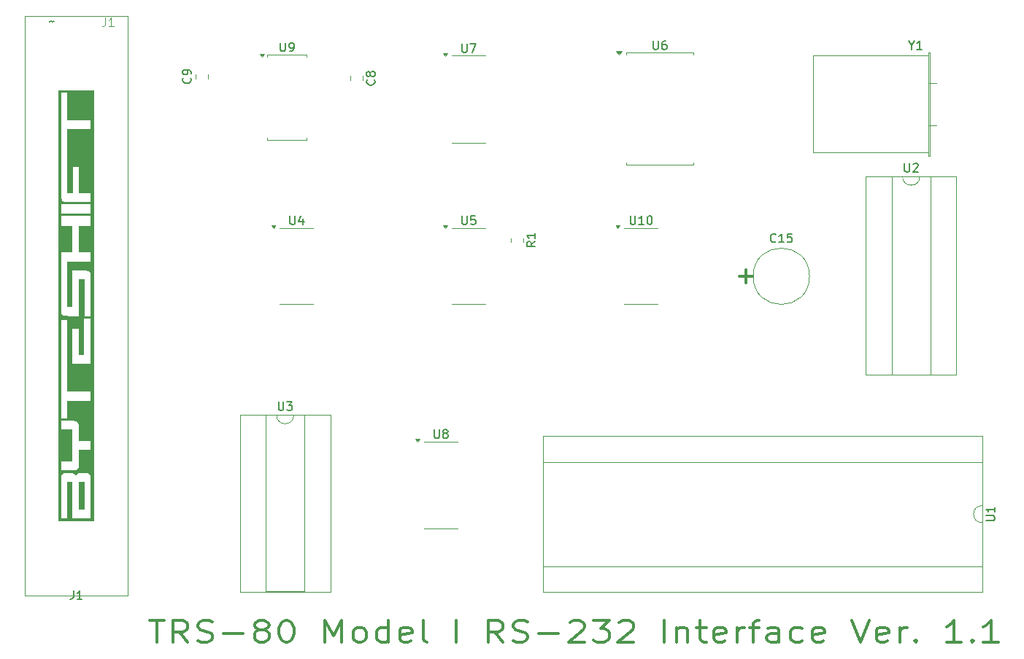
<source format=gbr>
%TF.GenerationSoftware,KiCad,Pcbnew,9.0.0*%
%TF.CreationDate,2025-04-05T18:35:01-05:00*%
%TF.ProjectId,Model I RS232,4d6f6465-6c20-4492-9052-533233322e6b,1.1*%
%TF.SameCoordinates,Original*%
%TF.FileFunction,Legend,Top*%
%TF.FilePolarity,Positive*%
%FSLAX46Y46*%
G04 Gerber Fmt 4.6, Leading zero omitted, Abs format (unit mm)*
G04 Created by KiCad (PCBNEW 9.0.0) date 2025-04-05 18:35:01*
%MOMM*%
%LPD*%
G01*
G04 APERTURE LIST*
%ADD10C,0.300000*%
%ADD11C,0.150000*%
%ADD12C,0.100000*%
%ADD13C,0.120000*%
%ADD14C,0.000000*%
G04 APERTURE END LIST*
D10*
X90483082Y-144978447D02*
X92197368Y-144978447D01*
X91340225Y-147478447D02*
X91340225Y-144978447D01*
X94911653Y-147478447D02*
X93911653Y-146287971D01*
X93197367Y-147478447D02*
X93197367Y-144978447D01*
X93197367Y-144978447D02*
X94340224Y-144978447D01*
X94340224Y-144978447D02*
X94625939Y-145097495D01*
X94625939Y-145097495D02*
X94768796Y-145216542D01*
X94768796Y-145216542D02*
X94911653Y-145454638D01*
X94911653Y-145454638D02*
X94911653Y-145811780D01*
X94911653Y-145811780D02*
X94768796Y-146049876D01*
X94768796Y-146049876D02*
X94625939Y-146168923D01*
X94625939Y-146168923D02*
X94340224Y-146287971D01*
X94340224Y-146287971D02*
X93197367Y-146287971D01*
X96054510Y-147359400D02*
X96483082Y-147478447D01*
X96483082Y-147478447D02*
X97197367Y-147478447D01*
X97197367Y-147478447D02*
X97483082Y-147359400D01*
X97483082Y-147359400D02*
X97625939Y-147240352D01*
X97625939Y-147240352D02*
X97768796Y-147002257D01*
X97768796Y-147002257D02*
X97768796Y-146764161D01*
X97768796Y-146764161D02*
X97625939Y-146526066D01*
X97625939Y-146526066D02*
X97483082Y-146407019D01*
X97483082Y-146407019D02*
X97197367Y-146287971D01*
X97197367Y-146287971D02*
X96625939Y-146168923D01*
X96625939Y-146168923D02*
X96340224Y-146049876D01*
X96340224Y-146049876D02*
X96197367Y-145930828D01*
X96197367Y-145930828D02*
X96054510Y-145692733D01*
X96054510Y-145692733D02*
X96054510Y-145454638D01*
X96054510Y-145454638D02*
X96197367Y-145216542D01*
X96197367Y-145216542D02*
X96340224Y-145097495D01*
X96340224Y-145097495D02*
X96625939Y-144978447D01*
X96625939Y-144978447D02*
X97340224Y-144978447D01*
X97340224Y-144978447D02*
X97768796Y-145097495D01*
X99054510Y-146526066D02*
X101340225Y-146526066D01*
X103197368Y-146049876D02*
X102911653Y-145930828D01*
X102911653Y-145930828D02*
X102768796Y-145811780D01*
X102768796Y-145811780D02*
X102625939Y-145573685D01*
X102625939Y-145573685D02*
X102625939Y-145454638D01*
X102625939Y-145454638D02*
X102768796Y-145216542D01*
X102768796Y-145216542D02*
X102911653Y-145097495D01*
X102911653Y-145097495D02*
X103197368Y-144978447D01*
X103197368Y-144978447D02*
X103768796Y-144978447D01*
X103768796Y-144978447D02*
X104054511Y-145097495D01*
X104054511Y-145097495D02*
X104197368Y-145216542D01*
X104197368Y-145216542D02*
X104340225Y-145454638D01*
X104340225Y-145454638D02*
X104340225Y-145573685D01*
X104340225Y-145573685D02*
X104197368Y-145811780D01*
X104197368Y-145811780D02*
X104054511Y-145930828D01*
X104054511Y-145930828D02*
X103768796Y-146049876D01*
X103768796Y-146049876D02*
X103197368Y-146049876D01*
X103197368Y-146049876D02*
X102911653Y-146168923D01*
X102911653Y-146168923D02*
X102768796Y-146287971D01*
X102768796Y-146287971D02*
X102625939Y-146526066D01*
X102625939Y-146526066D02*
X102625939Y-147002257D01*
X102625939Y-147002257D02*
X102768796Y-147240352D01*
X102768796Y-147240352D02*
X102911653Y-147359400D01*
X102911653Y-147359400D02*
X103197368Y-147478447D01*
X103197368Y-147478447D02*
X103768796Y-147478447D01*
X103768796Y-147478447D02*
X104054511Y-147359400D01*
X104054511Y-147359400D02*
X104197368Y-147240352D01*
X104197368Y-147240352D02*
X104340225Y-147002257D01*
X104340225Y-147002257D02*
X104340225Y-146526066D01*
X104340225Y-146526066D02*
X104197368Y-146287971D01*
X104197368Y-146287971D02*
X104054511Y-146168923D01*
X104054511Y-146168923D02*
X103768796Y-146049876D01*
X106197368Y-144978447D02*
X106483082Y-144978447D01*
X106483082Y-144978447D02*
X106768796Y-145097495D01*
X106768796Y-145097495D02*
X106911654Y-145216542D01*
X106911654Y-145216542D02*
X107054511Y-145454638D01*
X107054511Y-145454638D02*
X107197368Y-145930828D01*
X107197368Y-145930828D02*
X107197368Y-146526066D01*
X107197368Y-146526066D02*
X107054511Y-147002257D01*
X107054511Y-147002257D02*
X106911654Y-147240352D01*
X106911654Y-147240352D02*
X106768796Y-147359400D01*
X106768796Y-147359400D02*
X106483082Y-147478447D01*
X106483082Y-147478447D02*
X106197368Y-147478447D01*
X106197368Y-147478447D02*
X105911654Y-147359400D01*
X105911654Y-147359400D02*
X105768796Y-147240352D01*
X105768796Y-147240352D02*
X105625939Y-147002257D01*
X105625939Y-147002257D02*
X105483082Y-146526066D01*
X105483082Y-146526066D02*
X105483082Y-145930828D01*
X105483082Y-145930828D02*
X105625939Y-145454638D01*
X105625939Y-145454638D02*
X105768796Y-145216542D01*
X105768796Y-145216542D02*
X105911654Y-145097495D01*
X105911654Y-145097495D02*
X106197368Y-144978447D01*
X110768796Y-147478447D02*
X110768796Y-144978447D01*
X110768796Y-144978447D02*
X111768796Y-146764161D01*
X111768796Y-146764161D02*
X112768796Y-144978447D01*
X112768796Y-144978447D02*
X112768796Y-147478447D01*
X114625939Y-147478447D02*
X114340224Y-147359400D01*
X114340224Y-147359400D02*
X114197367Y-147240352D01*
X114197367Y-147240352D02*
X114054510Y-147002257D01*
X114054510Y-147002257D02*
X114054510Y-146287971D01*
X114054510Y-146287971D02*
X114197367Y-146049876D01*
X114197367Y-146049876D02*
X114340224Y-145930828D01*
X114340224Y-145930828D02*
X114625939Y-145811780D01*
X114625939Y-145811780D02*
X115054510Y-145811780D01*
X115054510Y-145811780D02*
X115340224Y-145930828D01*
X115340224Y-145930828D02*
X115483082Y-146049876D01*
X115483082Y-146049876D02*
X115625939Y-146287971D01*
X115625939Y-146287971D02*
X115625939Y-147002257D01*
X115625939Y-147002257D02*
X115483082Y-147240352D01*
X115483082Y-147240352D02*
X115340224Y-147359400D01*
X115340224Y-147359400D02*
X115054510Y-147478447D01*
X115054510Y-147478447D02*
X114625939Y-147478447D01*
X118197368Y-147478447D02*
X118197368Y-144978447D01*
X118197368Y-147359400D02*
X117911653Y-147478447D01*
X117911653Y-147478447D02*
X117340225Y-147478447D01*
X117340225Y-147478447D02*
X117054510Y-147359400D01*
X117054510Y-147359400D02*
X116911653Y-147240352D01*
X116911653Y-147240352D02*
X116768796Y-147002257D01*
X116768796Y-147002257D02*
X116768796Y-146287971D01*
X116768796Y-146287971D02*
X116911653Y-146049876D01*
X116911653Y-146049876D02*
X117054510Y-145930828D01*
X117054510Y-145930828D02*
X117340225Y-145811780D01*
X117340225Y-145811780D02*
X117911653Y-145811780D01*
X117911653Y-145811780D02*
X118197368Y-145930828D01*
X120768796Y-147359400D02*
X120483082Y-147478447D01*
X120483082Y-147478447D02*
X119911654Y-147478447D01*
X119911654Y-147478447D02*
X119625939Y-147359400D01*
X119625939Y-147359400D02*
X119483082Y-147121304D01*
X119483082Y-147121304D02*
X119483082Y-146168923D01*
X119483082Y-146168923D02*
X119625939Y-145930828D01*
X119625939Y-145930828D02*
X119911654Y-145811780D01*
X119911654Y-145811780D02*
X120483082Y-145811780D01*
X120483082Y-145811780D02*
X120768796Y-145930828D01*
X120768796Y-145930828D02*
X120911654Y-146168923D01*
X120911654Y-146168923D02*
X120911654Y-146407019D01*
X120911654Y-146407019D02*
X119483082Y-146645114D01*
X122625940Y-147478447D02*
X122340225Y-147359400D01*
X122340225Y-147359400D02*
X122197368Y-147121304D01*
X122197368Y-147121304D02*
X122197368Y-144978447D01*
X126054511Y-147478447D02*
X126054511Y-144978447D01*
X131483082Y-147478447D02*
X130483082Y-146287971D01*
X129768796Y-147478447D02*
X129768796Y-144978447D01*
X129768796Y-144978447D02*
X130911653Y-144978447D01*
X130911653Y-144978447D02*
X131197368Y-145097495D01*
X131197368Y-145097495D02*
X131340225Y-145216542D01*
X131340225Y-145216542D02*
X131483082Y-145454638D01*
X131483082Y-145454638D02*
X131483082Y-145811780D01*
X131483082Y-145811780D02*
X131340225Y-146049876D01*
X131340225Y-146049876D02*
X131197368Y-146168923D01*
X131197368Y-146168923D02*
X130911653Y-146287971D01*
X130911653Y-146287971D02*
X129768796Y-146287971D01*
X132625939Y-147359400D02*
X133054511Y-147478447D01*
X133054511Y-147478447D02*
X133768796Y-147478447D01*
X133768796Y-147478447D02*
X134054511Y-147359400D01*
X134054511Y-147359400D02*
X134197368Y-147240352D01*
X134197368Y-147240352D02*
X134340225Y-147002257D01*
X134340225Y-147002257D02*
X134340225Y-146764161D01*
X134340225Y-146764161D02*
X134197368Y-146526066D01*
X134197368Y-146526066D02*
X134054511Y-146407019D01*
X134054511Y-146407019D02*
X133768796Y-146287971D01*
X133768796Y-146287971D02*
X133197368Y-146168923D01*
X133197368Y-146168923D02*
X132911653Y-146049876D01*
X132911653Y-146049876D02*
X132768796Y-145930828D01*
X132768796Y-145930828D02*
X132625939Y-145692733D01*
X132625939Y-145692733D02*
X132625939Y-145454638D01*
X132625939Y-145454638D02*
X132768796Y-145216542D01*
X132768796Y-145216542D02*
X132911653Y-145097495D01*
X132911653Y-145097495D02*
X133197368Y-144978447D01*
X133197368Y-144978447D02*
X133911653Y-144978447D01*
X133911653Y-144978447D02*
X134340225Y-145097495D01*
X135625939Y-146526066D02*
X137911654Y-146526066D01*
X139197368Y-145216542D02*
X139340225Y-145097495D01*
X139340225Y-145097495D02*
X139625940Y-144978447D01*
X139625940Y-144978447D02*
X140340225Y-144978447D01*
X140340225Y-144978447D02*
X140625940Y-145097495D01*
X140625940Y-145097495D02*
X140768797Y-145216542D01*
X140768797Y-145216542D02*
X140911654Y-145454638D01*
X140911654Y-145454638D02*
X140911654Y-145692733D01*
X140911654Y-145692733D02*
X140768797Y-146049876D01*
X140768797Y-146049876D02*
X139054511Y-147478447D01*
X139054511Y-147478447D02*
X140911654Y-147478447D01*
X141911654Y-144978447D02*
X143768797Y-144978447D01*
X143768797Y-144978447D02*
X142768797Y-145930828D01*
X142768797Y-145930828D02*
X143197368Y-145930828D01*
X143197368Y-145930828D02*
X143483083Y-146049876D01*
X143483083Y-146049876D02*
X143625940Y-146168923D01*
X143625940Y-146168923D02*
X143768797Y-146407019D01*
X143768797Y-146407019D02*
X143768797Y-147002257D01*
X143768797Y-147002257D02*
X143625940Y-147240352D01*
X143625940Y-147240352D02*
X143483083Y-147359400D01*
X143483083Y-147359400D02*
X143197368Y-147478447D01*
X143197368Y-147478447D02*
X142340225Y-147478447D01*
X142340225Y-147478447D02*
X142054511Y-147359400D01*
X142054511Y-147359400D02*
X141911654Y-147240352D01*
X144911654Y-145216542D02*
X145054511Y-145097495D01*
X145054511Y-145097495D02*
X145340226Y-144978447D01*
X145340226Y-144978447D02*
X146054511Y-144978447D01*
X146054511Y-144978447D02*
X146340226Y-145097495D01*
X146340226Y-145097495D02*
X146483083Y-145216542D01*
X146483083Y-145216542D02*
X146625940Y-145454638D01*
X146625940Y-145454638D02*
X146625940Y-145692733D01*
X146625940Y-145692733D02*
X146483083Y-146049876D01*
X146483083Y-146049876D02*
X144768797Y-147478447D01*
X144768797Y-147478447D02*
X146625940Y-147478447D01*
X150197368Y-147478447D02*
X150197368Y-144978447D01*
X151625939Y-145811780D02*
X151625939Y-147478447D01*
X151625939Y-146049876D02*
X151768796Y-145930828D01*
X151768796Y-145930828D02*
X152054511Y-145811780D01*
X152054511Y-145811780D02*
X152483082Y-145811780D01*
X152483082Y-145811780D02*
X152768796Y-145930828D01*
X152768796Y-145930828D02*
X152911654Y-146168923D01*
X152911654Y-146168923D02*
X152911654Y-147478447D01*
X153911654Y-145811780D02*
X155054511Y-145811780D01*
X154340225Y-144978447D02*
X154340225Y-147121304D01*
X154340225Y-147121304D02*
X154483082Y-147359400D01*
X154483082Y-147359400D02*
X154768797Y-147478447D01*
X154768797Y-147478447D02*
X155054511Y-147478447D01*
X157197368Y-147359400D02*
X156911654Y-147478447D01*
X156911654Y-147478447D02*
X156340226Y-147478447D01*
X156340226Y-147478447D02*
X156054511Y-147359400D01*
X156054511Y-147359400D02*
X155911654Y-147121304D01*
X155911654Y-147121304D02*
X155911654Y-146168923D01*
X155911654Y-146168923D02*
X156054511Y-145930828D01*
X156054511Y-145930828D02*
X156340226Y-145811780D01*
X156340226Y-145811780D02*
X156911654Y-145811780D01*
X156911654Y-145811780D02*
X157197368Y-145930828D01*
X157197368Y-145930828D02*
X157340226Y-146168923D01*
X157340226Y-146168923D02*
X157340226Y-146407019D01*
X157340226Y-146407019D02*
X155911654Y-146645114D01*
X158625940Y-147478447D02*
X158625940Y-145811780D01*
X158625940Y-146287971D02*
X158768797Y-146049876D01*
X158768797Y-146049876D02*
X158911655Y-145930828D01*
X158911655Y-145930828D02*
X159197369Y-145811780D01*
X159197369Y-145811780D02*
X159483083Y-145811780D01*
X160054512Y-145811780D02*
X161197369Y-145811780D01*
X160483083Y-147478447D02*
X160483083Y-145335590D01*
X160483083Y-145335590D02*
X160625940Y-145097495D01*
X160625940Y-145097495D02*
X160911655Y-144978447D01*
X160911655Y-144978447D02*
X161197369Y-144978447D01*
X163483084Y-147478447D02*
X163483084Y-146168923D01*
X163483084Y-146168923D02*
X163340226Y-145930828D01*
X163340226Y-145930828D02*
X163054512Y-145811780D01*
X163054512Y-145811780D02*
X162483084Y-145811780D01*
X162483084Y-145811780D02*
X162197369Y-145930828D01*
X163483084Y-147359400D02*
X163197369Y-147478447D01*
X163197369Y-147478447D02*
X162483084Y-147478447D01*
X162483084Y-147478447D02*
X162197369Y-147359400D01*
X162197369Y-147359400D02*
X162054512Y-147121304D01*
X162054512Y-147121304D02*
X162054512Y-146883209D01*
X162054512Y-146883209D02*
X162197369Y-146645114D01*
X162197369Y-146645114D02*
X162483084Y-146526066D01*
X162483084Y-146526066D02*
X163197369Y-146526066D01*
X163197369Y-146526066D02*
X163483084Y-146407019D01*
X166197370Y-147359400D02*
X165911655Y-147478447D01*
X165911655Y-147478447D02*
X165340227Y-147478447D01*
X165340227Y-147478447D02*
X165054512Y-147359400D01*
X165054512Y-147359400D02*
X164911655Y-147240352D01*
X164911655Y-147240352D02*
X164768798Y-147002257D01*
X164768798Y-147002257D02*
X164768798Y-146287971D01*
X164768798Y-146287971D02*
X164911655Y-146049876D01*
X164911655Y-146049876D02*
X165054512Y-145930828D01*
X165054512Y-145930828D02*
X165340227Y-145811780D01*
X165340227Y-145811780D02*
X165911655Y-145811780D01*
X165911655Y-145811780D02*
X166197370Y-145930828D01*
X168625941Y-147359400D02*
X168340227Y-147478447D01*
X168340227Y-147478447D02*
X167768799Y-147478447D01*
X167768799Y-147478447D02*
X167483084Y-147359400D01*
X167483084Y-147359400D02*
X167340227Y-147121304D01*
X167340227Y-147121304D02*
X167340227Y-146168923D01*
X167340227Y-146168923D02*
X167483084Y-145930828D01*
X167483084Y-145930828D02*
X167768799Y-145811780D01*
X167768799Y-145811780D02*
X168340227Y-145811780D01*
X168340227Y-145811780D02*
X168625941Y-145930828D01*
X168625941Y-145930828D02*
X168768799Y-146168923D01*
X168768799Y-146168923D02*
X168768799Y-146407019D01*
X168768799Y-146407019D02*
X167340227Y-146645114D01*
X171911656Y-144978447D02*
X172911656Y-147478447D01*
X172911656Y-147478447D02*
X173911656Y-144978447D01*
X176054513Y-147359400D02*
X175768799Y-147478447D01*
X175768799Y-147478447D02*
X175197371Y-147478447D01*
X175197371Y-147478447D02*
X174911656Y-147359400D01*
X174911656Y-147359400D02*
X174768799Y-147121304D01*
X174768799Y-147121304D02*
X174768799Y-146168923D01*
X174768799Y-146168923D02*
X174911656Y-145930828D01*
X174911656Y-145930828D02*
X175197371Y-145811780D01*
X175197371Y-145811780D02*
X175768799Y-145811780D01*
X175768799Y-145811780D02*
X176054513Y-145930828D01*
X176054513Y-145930828D02*
X176197371Y-146168923D01*
X176197371Y-146168923D02*
X176197371Y-146407019D01*
X176197371Y-146407019D02*
X174768799Y-146645114D01*
X177483085Y-147478447D02*
X177483085Y-145811780D01*
X177483085Y-146287971D02*
X177625942Y-146049876D01*
X177625942Y-146049876D02*
X177768800Y-145930828D01*
X177768800Y-145930828D02*
X178054514Y-145811780D01*
X178054514Y-145811780D02*
X178340228Y-145811780D01*
X179340228Y-147240352D02*
X179483085Y-147359400D01*
X179483085Y-147359400D02*
X179340228Y-147478447D01*
X179340228Y-147478447D02*
X179197371Y-147359400D01*
X179197371Y-147359400D02*
X179340228Y-147240352D01*
X179340228Y-147240352D02*
X179340228Y-147478447D01*
X184625942Y-147478447D02*
X182911656Y-147478447D01*
X183768799Y-147478447D02*
X183768799Y-144978447D01*
X183768799Y-144978447D02*
X183483085Y-145335590D01*
X183483085Y-145335590D02*
X183197370Y-145573685D01*
X183197370Y-145573685D02*
X182911656Y-145692733D01*
X185911656Y-147240352D02*
X186054513Y-147359400D01*
X186054513Y-147359400D02*
X185911656Y-147478447D01*
X185911656Y-147478447D02*
X185768799Y-147359400D01*
X185768799Y-147359400D02*
X185911656Y-147240352D01*
X185911656Y-147240352D02*
X185911656Y-147478447D01*
X188911656Y-147478447D02*
X187197370Y-147478447D01*
X188054513Y-147478447D02*
X188054513Y-144978447D01*
X188054513Y-144978447D02*
X187768799Y-145335590D01*
X187768799Y-145335590D02*
X187483084Y-145573685D01*
X187483084Y-145573685D02*
X187197370Y-145692733D01*
X158873558Y-104977733D02*
X160397368Y-104977733D01*
X159635463Y-105739638D02*
X159635463Y-104215828D01*
D11*
X126713095Y-77999819D02*
X126713095Y-78809342D01*
X126713095Y-78809342D02*
X126760714Y-78904580D01*
X126760714Y-78904580D02*
X126808333Y-78952200D01*
X126808333Y-78952200D02*
X126903571Y-78999819D01*
X126903571Y-78999819D02*
X127094047Y-78999819D01*
X127094047Y-78999819D02*
X127189285Y-78952200D01*
X127189285Y-78952200D02*
X127236904Y-78904580D01*
X127236904Y-78904580D02*
X127284523Y-78809342D01*
X127284523Y-78809342D02*
X127284523Y-77999819D01*
X127665476Y-77999819D02*
X128332142Y-77999819D01*
X128332142Y-77999819D02*
X127903571Y-78999819D01*
X116539580Y-82166666D02*
X116587200Y-82214285D01*
X116587200Y-82214285D02*
X116634819Y-82357142D01*
X116634819Y-82357142D02*
X116634819Y-82452380D01*
X116634819Y-82452380D02*
X116587200Y-82595237D01*
X116587200Y-82595237D02*
X116491961Y-82690475D01*
X116491961Y-82690475D02*
X116396723Y-82738094D01*
X116396723Y-82738094D02*
X116206247Y-82785713D01*
X116206247Y-82785713D02*
X116063390Y-82785713D01*
X116063390Y-82785713D02*
X115872914Y-82738094D01*
X115872914Y-82738094D02*
X115777676Y-82690475D01*
X115777676Y-82690475D02*
X115682438Y-82595237D01*
X115682438Y-82595237D02*
X115634819Y-82452380D01*
X115634819Y-82452380D02*
X115634819Y-82357142D01*
X115634819Y-82357142D02*
X115682438Y-82214285D01*
X115682438Y-82214285D02*
X115730057Y-82166666D01*
X116063390Y-81595237D02*
X116015771Y-81690475D01*
X116015771Y-81690475D02*
X115968152Y-81738094D01*
X115968152Y-81738094D02*
X115872914Y-81785713D01*
X115872914Y-81785713D02*
X115825295Y-81785713D01*
X115825295Y-81785713D02*
X115730057Y-81738094D01*
X115730057Y-81738094D02*
X115682438Y-81690475D01*
X115682438Y-81690475D02*
X115634819Y-81595237D01*
X115634819Y-81595237D02*
X115634819Y-81404761D01*
X115634819Y-81404761D02*
X115682438Y-81309523D01*
X115682438Y-81309523D02*
X115730057Y-81261904D01*
X115730057Y-81261904D02*
X115825295Y-81214285D01*
X115825295Y-81214285D02*
X115872914Y-81214285D01*
X115872914Y-81214285D02*
X115968152Y-81261904D01*
X115968152Y-81261904D02*
X116015771Y-81309523D01*
X116015771Y-81309523D02*
X116063390Y-81404761D01*
X116063390Y-81404761D02*
X116063390Y-81595237D01*
X116063390Y-81595237D02*
X116111009Y-81690475D01*
X116111009Y-81690475D02*
X116158628Y-81738094D01*
X116158628Y-81738094D02*
X116253866Y-81785713D01*
X116253866Y-81785713D02*
X116444342Y-81785713D01*
X116444342Y-81785713D02*
X116539580Y-81738094D01*
X116539580Y-81738094D02*
X116587200Y-81690475D01*
X116587200Y-81690475D02*
X116634819Y-81595237D01*
X116634819Y-81595237D02*
X116634819Y-81404761D01*
X116634819Y-81404761D02*
X116587200Y-81309523D01*
X116587200Y-81309523D02*
X116539580Y-81261904D01*
X116539580Y-81261904D02*
X116444342Y-81214285D01*
X116444342Y-81214285D02*
X116253866Y-81214285D01*
X116253866Y-81214285D02*
X116158628Y-81261904D01*
X116158628Y-81261904D02*
X116111009Y-81309523D01*
X116111009Y-81309523D02*
X116063390Y-81404761D01*
X105428095Y-119584819D02*
X105428095Y-120394342D01*
X105428095Y-120394342D02*
X105475714Y-120489580D01*
X105475714Y-120489580D02*
X105523333Y-120537200D01*
X105523333Y-120537200D02*
X105618571Y-120584819D01*
X105618571Y-120584819D02*
X105809047Y-120584819D01*
X105809047Y-120584819D02*
X105904285Y-120537200D01*
X105904285Y-120537200D02*
X105951904Y-120489580D01*
X105951904Y-120489580D02*
X105999523Y-120394342D01*
X105999523Y-120394342D02*
X105999523Y-119584819D01*
X106380476Y-119584819D02*
X106999523Y-119584819D01*
X106999523Y-119584819D02*
X106666190Y-119965771D01*
X106666190Y-119965771D02*
X106809047Y-119965771D01*
X106809047Y-119965771D02*
X106904285Y-120013390D01*
X106904285Y-120013390D02*
X106951904Y-120061009D01*
X106951904Y-120061009D02*
X106999523Y-120156247D01*
X106999523Y-120156247D02*
X106999523Y-120394342D01*
X106999523Y-120394342D02*
X106951904Y-120489580D01*
X106951904Y-120489580D02*
X106904285Y-120537200D01*
X106904285Y-120537200D02*
X106809047Y-120584819D01*
X106809047Y-120584819D02*
X106523333Y-120584819D01*
X106523333Y-120584819D02*
X106428095Y-120537200D01*
X106428095Y-120537200D02*
X106380476Y-120489580D01*
X105638095Y-77879819D02*
X105638095Y-78689342D01*
X105638095Y-78689342D02*
X105685714Y-78784580D01*
X105685714Y-78784580D02*
X105733333Y-78832200D01*
X105733333Y-78832200D02*
X105828571Y-78879819D01*
X105828571Y-78879819D02*
X106019047Y-78879819D01*
X106019047Y-78879819D02*
X106114285Y-78832200D01*
X106114285Y-78832200D02*
X106161904Y-78784580D01*
X106161904Y-78784580D02*
X106209523Y-78689342D01*
X106209523Y-78689342D02*
X106209523Y-77879819D01*
X106733333Y-78879819D02*
X106923809Y-78879819D01*
X106923809Y-78879819D02*
X107019047Y-78832200D01*
X107019047Y-78832200D02*
X107066666Y-78784580D01*
X107066666Y-78784580D02*
X107161904Y-78641723D01*
X107161904Y-78641723D02*
X107209523Y-78451247D01*
X107209523Y-78451247D02*
X107209523Y-78070295D01*
X107209523Y-78070295D02*
X107161904Y-77975057D01*
X107161904Y-77975057D02*
X107114285Y-77927438D01*
X107114285Y-77927438D02*
X107019047Y-77879819D01*
X107019047Y-77879819D02*
X106828571Y-77879819D01*
X106828571Y-77879819D02*
X106733333Y-77927438D01*
X106733333Y-77927438D02*
X106685714Y-77975057D01*
X106685714Y-77975057D02*
X106638095Y-78070295D01*
X106638095Y-78070295D02*
X106638095Y-78308390D01*
X106638095Y-78308390D02*
X106685714Y-78403628D01*
X106685714Y-78403628D02*
X106733333Y-78451247D01*
X106733333Y-78451247D02*
X106828571Y-78498866D01*
X106828571Y-78498866D02*
X107019047Y-78498866D01*
X107019047Y-78498866D02*
X107114285Y-78451247D01*
X107114285Y-78451247D02*
X107161904Y-78403628D01*
X107161904Y-78403628D02*
X107209523Y-78308390D01*
X187504819Y-133381904D02*
X188314342Y-133381904D01*
X188314342Y-133381904D02*
X188409580Y-133334285D01*
X188409580Y-133334285D02*
X188457200Y-133286666D01*
X188457200Y-133286666D02*
X188504819Y-133191428D01*
X188504819Y-133191428D02*
X188504819Y-133000952D01*
X188504819Y-133000952D02*
X188457200Y-132905714D01*
X188457200Y-132905714D02*
X188409580Y-132858095D01*
X188409580Y-132858095D02*
X188314342Y-132810476D01*
X188314342Y-132810476D02*
X187504819Y-132810476D01*
X188504819Y-131810476D02*
X188504819Y-132381904D01*
X188504819Y-132096190D02*
X187504819Y-132096190D01*
X187504819Y-132096190D02*
X187647676Y-132191428D01*
X187647676Y-132191428D02*
X187742914Y-132286666D01*
X187742914Y-132286666D02*
X187790533Y-132381904D01*
D12*
X85310666Y-74969419D02*
X85310666Y-75683704D01*
X85310666Y-75683704D02*
X85263047Y-75826561D01*
X85263047Y-75826561D02*
X85167809Y-75921800D01*
X85167809Y-75921800D02*
X85024952Y-75969419D01*
X85024952Y-75969419D02*
X84929714Y-75969419D01*
X86310666Y-75969419D02*
X85739238Y-75969419D01*
X86024952Y-75969419D02*
X86024952Y-74969419D01*
X86024952Y-74969419D02*
X85929714Y-75112276D01*
X85929714Y-75112276D02*
X85834476Y-75207514D01*
X85834476Y-75207514D02*
X85739238Y-75255133D01*
D11*
X78905095Y-75458866D02*
X78952714Y-75411247D01*
X78952714Y-75411247D02*
X79047952Y-75363628D01*
X79047952Y-75363628D02*
X79238428Y-75458866D01*
X79238428Y-75458866D02*
X79333666Y-75411247D01*
X79333666Y-75411247D02*
X79381285Y-75363628D01*
X81627666Y-141514819D02*
X81627666Y-142229104D01*
X81627666Y-142229104D02*
X81580047Y-142371961D01*
X81580047Y-142371961D02*
X81484809Y-142467200D01*
X81484809Y-142467200D02*
X81341952Y-142514819D01*
X81341952Y-142514819D02*
X81246714Y-142514819D01*
X82627666Y-142514819D02*
X82056238Y-142514819D01*
X82341952Y-142514819D02*
X82341952Y-141514819D01*
X82341952Y-141514819D02*
X82246714Y-141657676D01*
X82246714Y-141657676D02*
X82151476Y-141752914D01*
X82151476Y-141752914D02*
X82056238Y-141800533D01*
X95179580Y-81954166D02*
X95227200Y-82001785D01*
X95227200Y-82001785D02*
X95274819Y-82144642D01*
X95274819Y-82144642D02*
X95274819Y-82239880D01*
X95274819Y-82239880D02*
X95227200Y-82382737D01*
X95227200Y-82382737D02*
X95131961Y-82477975D01*
X95131961Y-82477975D02*
X95036723Y-82525594D01*
X95036723Y-82525594D02*
X94846247Y-82573213D01*
X94846247Y-82573213D02*
X94703390Y-82573213D01*
X94703390Y-82573213D02*
X94512914Y-82525594D01*
X94512914Y-82525594D02*
X94417676Y-82477975D01*
X94417676Y-82477975D02*
X94322438Y-82382737D01*
X94322438Y-82382737D02*
X94274819Y-82239880D01*
X94274819Y-82239880D02*
X94274819Y-82144642D01*
X94274819Y-82144642D02*
X94322438Y-82001785D01*
X94322438Y-82001785D02*
X94370057Y-81954166D01*
X95274819Y-81477975D02*
X95274819Y-81287499D01*
X95274819Y-81287499D02*
X95227200Y-81192261D01*
X95227200Y-81192261D02*
X95179580Y-81144642D01*
X95179580Y-81144642D02*
X95036723Y-81049404D01*
X95036723Y-81049404D02*
X94846247Y-81001785D01*
X94846247Y-81001785D02*
X94465295Y-81001785D01*
X94465295Y-81001785D02*
X94370057Y-81049404D01*
X94370057Y-81049404D02*
X94322438Y-81097023D01*
X94322438Y-81097023D02*
X94274819Y-81192261D01*
X94274819Y-81192261D02*
X94274819Y-81382737D01*
X94274819Y-81382737D02*
X94322438Y-81477975D01*
X94322438Y-81477975D02*
X94370057Y-81525594D01*
X94370057Y-81525594D02*
X94465295Y-81573213D01*
X94465295Y-81573213D02*
X94703390Y-81573213D01*
X94703390Y-81573213D02*
X94798628Y-81525594D01*
X94798628Y-81525594D02*
X94846247Y-81477975D01*
X94846247Y-81477975D02*
X94893866Y-81382737D01*
X94893866Y-81382737D02*
X94893866Y-81192261D01*
X94893866Y-81192261D02*
X94846247Y-81097023D01*
X94846247Y-81097023D02*
X94798628Y-81049404D01*
X94798628Y-81049404D02*
X94703390Y-81001785D01*
X135204819Y-100966666D02*
X134728628Y-101299999D01*
X135204819Y-101538094D02*
X134204819Y-101538094D01*
X134204819Y-101538094D02*
X134204819Y-101157142D01*
X134204819Y-101157142D02*
X134252438Y-101061904D01*
X134252438Y-101061904D02*
X134300057Y-101014285D01*
X134300057Y-101014285D02*
X134395295Y-100966666D01*
X134395295Y-100966666D02*
X134538152Y-100966666D01*
X134538152Y-100966666D02*
X134633390Y-101014285D01*
X134633390Y-101014285D02*
X134681009Y-101061904D01*
X134681009Y-101061904D02*
X134728628Y-101157142D01*
X134728628Y-101157142D02*
X134728628Y-101538094D01*
X135204819Y-100014285D02*
X135204819Y-100585713D01*
X135204819Y-100299999D02*
X134204819Y-100299999D01*
X134204819Y-100299999D02*
X134347676Y-100395237D01*
X134347676Y-100395237D02*
X134442914Y-100490475D01*
X134442914Y-100490475D02*
X134490533Y-100585713D01*
X178048095Y-91884819D02*
X178048095Y-92694342D01*
X178048095Y-92694342D02*
X178095714Y-92789580D01*
X178095714Y-92789580D02*
X178143333Y-92837200D01*
X178143333Y-92837200D02*
X178238571Y-92884819D01*
X178238571Y-92884819D02*
X178429047Y-92884819D01*
X178429047Y-92884819D02*
X178524285Y-92837200D01*
X178524285Y-92837200D02*
X178571904Y-92789580D01*
X178571904Y-92789580D02*
X178619523Y-92694342D01*
X178619523Y-92694342D02*
X178619523Y-91884819D01*
X179048095Y-91980057D02*
X179095714Y-91932438D01*
X179095714Y-91932438D02*
X179190952Y-91884819D01*
X179190952Y-91884819D02*
X179429047Y-91884819D01*
X179429047Y-91884819D02*
X179524285Y-91932438D01*
X179524285Y-91932438D02*
X179571904Y-91980057D01*
X179571904Y-91980057D02*
X179619523Y-92075295D01*
X179619523Y-92075295D02*
X179619523Y-92170533D01*
X179619523Y-92170533D02*
X179571904Y-92313390D01*
X179571904Y-92313390D02*
X179000476Y-92884819D01*
X179000476Y-92884819D02*
X179619523Y-92884819D01*
X146236905Y-97984819D02*
X146236905Y-98794342D01*
X146236905Y-98794342D02*
X146284524Y-98889580D01*
X146284524Y-98889580D02*
X146332143Y-98937200D01*
X146332143Y-98937200D02*
X146427381Y-98984819D01*
X146427381Y-98984819D02*
X146617857Y-98984819D01*
X146617857Y-98984819D02*
X146713095Y-98937200D01*
X146713095Y-98937200D02*
X146760714Y-98889580D01*
X146760714Y-98889580D02*
X146808333Y-98794342D01*
X146808333Y-98794342D02*
X146808333Y-97984819D01*
X147808333Y-98984819D02*
X147236905Y-98984819D01*
X147522619Y-98984819D02*
X147522619Y-97984819D01*
X147522619Y-97984819D02*
X147427381Y-98127676D01*
X147427381Y-98127676D02*
X147332143Y-98222914D01*
X147332143Y-98222914D02*
X147236905Y-98270533D01*
X148427381Y-97984819D02*
X148522619Y-97984819D01*
X148522619Y-97984819D02*
X148617857Y-98032438D01*
X148617857Y-98032438D02*
X148665476Y-98080057D01*
X148665476Y-98080057D02*
X148713095Y-98175295D01*
X148713095Y-98175295D02*
X148760714Y-98365771D01*
X148760714Y-98365771D02*
X148760714Y-98603866D01*
X148760714Y-98603866D02*
X148713095Y-98794342D01*
X148713095Y-98794342D02*
X148665476Y-98889580D01*
X148665476Y-98889580D02*
X148617857Y-98937200D01*
X148617857Y-98937200D02*
X148522619Y-98984819D01*
X148522619Y-98984819D02*
X148427381Y-98984819D01*
X148427381Y-98984819D02*
X148332143Y-98937200D01*
X148332143Y-98937200D02*
X148284524Y-98889580D01*
X148284524Y-98889580D02*
X148236905Y-98794342D01*
X148236905Y-98794342D02*
X148189286Y-98603866D01*
X148189286Y-98603866D02*
X148189286Y-98365771D01*
X148189286Y-98365771D02*
X148236905Y-98175295D01*
X148236905Y-98175295D02*
X148284524Y-98080057D01*
X148284524Y-98080057D02*
X148332143Y-98032438D01*
X148332143Y-98032438D02*
X148427381Y-97984819D01*
X126713095Y-97984819D02*
X126713095Y-98794342D01*
X126713095Y-98794342D02*
X126760714Y-98889580D01*
X126760714Y-98889580D02*
X126808333Y-98937200D01*
X126808333Y-98937200D02*
X126903571Y-98984819D01*
X126903571Y-98984819D02*
X127094047Y-98984819D01*
X127094047Y-98984819D02*
X127189285Y-98937200D01*
X127189285Y-98937200D02*
X127236904Y-98889580D01*
X127236904Y-98889580D02*
X127284523Y-98794342D01*
X127284523Y-98794342D02*
X127284523Y-97984819D01*
X128236904Y-97984819D02*
X127760714Y-97984819D01*
X127760714Y-97984819D02*
X127713095Y-98461009D01*
X127713095Y-98461009D02*
X127760714Y-98413390D01*
X127760714Y-98413390D02*
X127855952Y-98365771D01*
X127855952Y-98365771D02*
X128094047Y-98365771D01*
X128094047Y-98365771D02*
X128189285Y-98413390D01*
X128189285Y-98413390D02*
X128236904Y-98461009D01*
X128236904Y-98461009D02*
X128284523Y-98556247D01*
X128284523Y-98556247D02*
X128284523Y-98794342D01*
X128284523Y-98794342D02*
X128236904Y-98889580D01*
X128236904Y-98889580D02*
X128189285Y-98937200D01*
X128189285Y-98937200D02*
X128094047Y-98984819D01*
X128094047Y-98984819D02*
X127855952Y-98984819D01*
X127855952Y-98984819D02*
X127760714Y-98937200D01*
X127760714Y-98937200D02*
X127713095Y-98889580D01*
X148888095Y-77659819D02*
X148888095Y-78469342D01*
X148888095Y-78469342D02*
X148935714Y-78564580D01*
X148935714Y-78564580D02*
X148983333Y-78612200D01*
X148983333Y-78612200D02*
X149078571Y-78659819D01*
X149078571Y-78659819D02*
X149269047Y-78659819D01*
X149269047Y-78659819D02*
X149364285Y-78612200D01*
X149364285Y-78612200D02*
X149411904Y-78564580D01*
X149411904Y-78564580D02*
X149459523Y-78469342D01*
X149459523Y-78469342D02*
X149459523Y-77659819D01*
X150364285Y-77659819D02*
X150173809Y-77659819D01*
X150173809Y-77659819D02*
X150078571Y-77707438D01*
X150078571Y-77707438D02*
X150030952Y-77755057D01*
X150030952Y-77755057D02*
X149935714Y-77897914D01*
X149935714Y-77897914D02*
X149888095Y-78088390D01*
X149888095Y-78088390D02*
X149888095Y-78469342D01*
X149888095Y-78469342D02*
X149935714Y-78564580D01*
X149935714Y-78564580D02*
X149983333Y-78612200D01*
X149983333Y-78612200D02*
X150078571Y-78659819D01*
X150078571Y-78659819D02*
X150269047Y-78659819D01*
X150269047Y-78659819D02*
X150364285Y-78612200D01*
X150364285Y-78612200D02*
X150411904Y-78564580D01*
X150411904Y-78564580D02*
X150459523Y-78469342D01*
X150459523Y-78469342D02*
X150459523Y-78231247D01*
X150459523Y-78231247D02*
X150411904Y-78136009D01*
X150411904Y-78136009D02*
X150364285Y-78088390D01*
X150364285Y-78088390D02*
X150269047Y-78040771D01*
X150269047Y-78040771D02*
X150078571Y-78040771D01*
X150078571Y-78040771D02*
X149983333Y-78088390D01*
X149983333Y-78088390D02*
X149935714Y-78136009D01*
X149935714Y-78136009D02*
X149888095Y-78231247D01*
X163107142Y-100959580D02*
X163059523Y-101007200D01*
X163059523Y-101007200D02*
X162916666Y-101054819D01*
X162916666Y-101054819D02*
X162821428Y-101054819D01*
X162821428Y-101054819D02*
X162678571Y-101007200D01*
X162678571Y-101007200D02*
X162583333Y-100911961D01*
X162583333Y-100911961D02*
X162535714Y-100816723D01*
X162535714Y-100816723D02*
X162488095Y-100626247D01*
X162488095Y-100626247D02*
X162488095Y-100483390D01*
X162488095Y-100483390D02*
X162535714Y-100292914D01*
X162535714Y-100292914D02*
X162583333Y-100197676D01*
X162583333Y-100197676D02*
X162678571Y-100102438D01*
X162678571Y-100102438D02*
X162821428Y-100054819D01*
X162821428Y-100054819D02*
X162916666Y-100054819D01*
X162916666Y-100054819D02*
X163059523Y-100102438D01*
X163059523Y-100102438D02*
X163107142Y-100150057D01*
X164059523Y-101054819D02*
X163488095Y-101054819D01*
X163773809Y-101054819D02*
X163773809Y-100054819D01*
X163773809Y-100054819D02*
X163678571Y-100197676D01*
X163678571Y-100197676D02*
X163583333Y-100292914D01*
X163583333Y-100292914D02*
X163488095Y-100340533D01*
X164964285Y-100054819D02*
X164488095Y-100054819D01*
X164488095Y-100054819D02*
X164440476Y-100531009D01*
X164440476Y-100531009D02*
X164488095Y-100483390D01*
X164488095Y-100483390D02*
X164583333Y-100435771D01*
X164583333Y-100435771D02*
X164821428Y-100435771D01*
X164821428Y-100435771D02*
X164916666Y-100483390D01*
X164916666Y-100483390D02*
X164964285Y-100531009D01*
X164964285Y-100531009D02*
X165011904Y-100626247D01*
X165011904Y-100626247D02*
X165011904Y-100864342D01*
X165011904Y-100864342D02*
X164964285Y-100959580D01*
X164964285Y-100959580D02*
X164916666Y-101007200D01*
X164916666Y-101007200D02*
X164821428Y-101054819D01*
X164821428Y-101054819D02*
X164583333Y-101054819D01*
X164583333Y-101054819D02*
X164488095Y-101007200D01*
X164488095Y-101007200D02*
X164440476Y-100959580D01*
X123488095Y-122804819D02*
X123488095Y-123614342D01*
X123488095Y-123614342D02*
X123535714Y-123709580D01*
X123535714Y-123709580D02*
X123583333Y-123757200D01*
X123583333Y-123757200D02*
X123678571Y-123804819D01*
X123678571Y-123804819D02*
X123869047Y-123804819D01*
X123869047Y-123804819D02*
X123964285Y-123757200D01*
X123964285Y-123757200D02*
X124011904Y-123709580D01*
X124011904Y-123709580D02*
X124059523Y-123614342D01*
X124059523Y-123614342D02*
X124059523Y-122804819D01*
X124678571Y-123233390D02*
X124583333Y-123185771D01*
X124583333Y-123185771D02*
X124535714Y-123138152D01*
X124535714Y-123138152D02*
X124488095Y-123042914D01*
X124488095Y-123042914D02*
X124488095Y-122995295D01*
X124488095Y-122995295D02*
X124535714Y-122900057D01*
X124535714Y-122900057D02*
X124583333Y-122852438D01*
X124583333Y-122852438D02*
X124678571Y-122804819D01*
X124678571Y-122804819D02*
X124869047Y-122804819D01*
X124869047Y-122804819D02*
X124964285Y-122852438D01*
X124964285Y-122852438D02*
X125011904Y-122900057D01*
X125011904Y-122900057D02*
X125059523Y-122995295D01*
X125059523Y-122995295D02*
X125059523Y-123042914D01*
X125059523Y-123042914D02*
X125011904Y-123138152D01*
X125011904Y-123138152D02*
X124964285Y-123185771D01*
X124964285Y-123185771D02*
X124869047Y-123233390D01*
X124869047Y-123233390D02*
X124678571Y-123233390D01*
X124678571Y-123233390D02*
X124583333Y-123281009D01*
X124583333Y-123281009D02*
X124535714Y-123328628D01*
X124535714Y-123328628D02*
X124488095Y-123423866D01*
X124488095Y-123423866D02*
X124488095Y-123614342D01*
X124488095Y-123614342D02*
X124535714Y-123709580D01*
X124535714Y-123709580D02*
X124583333Y-123757200D01*
X124583333Y-123757200D02*
X124678571Y-123804819D01*
X124678571Y-123804819D02*
X124869047Y-123804819D01*
X124869047Y-123804819D02*
X124964285Y-123757200D01*
X124964285Y-123757200D02*
X125011904Y-123709580D01*
X125011904Y-123709580D02*
X125059523Y-123614342D01*
X125059523Y-123614342D02*
X125059523Y-123423866D01*
X125059523Y-123423866D02*
X125011904Y-123328628D01*
X125011904Y-123328628D02*
X124964285Y-123281009D01*
X124964285Y-123281009D02*
X124869047Y-123233390D01*
X106763095Y-97984819D02*
X106763095Y-98794342D01*
X106763095Y-98794342D02*
X106810714Y-98889580D01*
X106810714Y-98889580D02*
X106858333Y-98937200D01*
X106858333Y-98937200D02*
X106953571Y-98984819D01*
X106953571Y-98984819D02*
X107144047Y-98984819D01*
X107144047Y-98984819D02*
X107239285Y-98937200D01*
X107239285Y-98937200D02*
X107286904Y-98889580D01*
X107286904Y-98889580D02*
X107334523Y-98794342D01*
X107334523Y-98794342D02*
X107334523Y-97984819D01*
X108239285Y-98318152D02*
X108239285Y-98984819D01*
X108001190Y-97937200D02*
X107763095Y-98651485D01*
X107763095Y-98651485D02*
X108382142Y-98651485D01*
X178861309Y-78153628D02*
X178861309Y-78629819D01*
X178527976Y-77629819D02*
X178861309Y-78153628D01*
X178861309Y-78153628D02*
X179194642Y-77629819D01*
X180051785Y-78629819D02*
X179480357Y-78629819D01*
X179766071Y-78629819D02*
X179766071Y-77629819D01*
X179766071Y-77629819D02*
X179670833Y-77772676D01*
X179670833Y-77772676D02*
X179575595Y-77867914D01*
X179575595Y-77867914D02*
X179480357Y-77915533D01*
D13*
%TO.C,U7*%
X127475000Y-79385000D02*
X125525000Y-79385000D01*
X127475000Y-79385000D02*
X129425000Y-79385000D01*
X127475000Y-89505000D02*
X125525000Y-89505000D01*
X127475000Y-89505000D02*
X129425000Y-89505000D01*
X124775000Y-79440000D02*
X124535000Y-79110000D01*
X125015000Y-79110000D01*
X124775000Y-79440000D01*
G36*
X124775000Y-79440000D02*
G01*
X124535000Y-79110000D01*
X125015000Y-79110000D01*
X124775000Y-79440000D01*
G37*
%TO.C,C8*%
X113765000Y-81738748D02*
X113765000Y-82261252D01*
X115235000Y-81738748D02*
X115235000Y-82261252D01*
%TO.C,U3*%
X103940000Y-121130000D02*
X103940000Y-141570000D01*
X103940000Y-141570000D02*
X108440000Y-141570000D01*
X105190000Y-121130000D02*
X103940000Y-121130000D01*
X108440000Y-121130000D02*
X107190000Y-121130000D01*
X108440000Y-141570000D02*
X108440000Y-121130000D01*
X100940000Y-121070000D02*
X111440000Y-121070000D01*
X111440000Y-141630000D01*
X100940000Y-141630000D01*
X100940000Y-121070000D01*
X107190000Y-121130000D02*
G75*
G02*
X105190000Y-121130000I-1000000J0D01*
G01*
%TO.C,U9*%
X104090000Y-79265000D02*
X104090000Y-79540000D01*
X104090000Y-89185000D02*
X104090000Y-88910000D01*
X106400000Y-79265000D02*
X104090000Y-79265000D01*
X106400000Y-79265000D02*
X108710000Y-79265000D01*
X106400000Y-89185000D02*
X104090000Y-89185000D01*
X106400000Y-89185000D02*
X108710000Y-89185000D01*
X108710000Y-79265000D02*
X108710000Y-79540000D01*
X108710000Y-89185000D02*
X108710000Y-88910000D01*
X103500000Y-79540000D02*
X103260000Y-79210000D01*
X103740000Y-79210000D01*
X103500000Y-79540000D01*
G36*
X103500000Y-79540000D02*
G01*
X103260000Y-79210000D01*
X103740000Y-79210000D01*
X103500000Y-79540000D01*
G37*
%TO.C,U1*%
X136130000Y-126560000D02*
X136130000Y-138680000D01*
X136130000Y-138680000D02*
X187050000Y-138680000D01*
X187050000Y-126560000D02*
X136130000Y-126560000D01*
X187050000Y-131620000D02*
X187050000Y-126560000D01*
X187050000Y-138680000D02*
X187050000Y-133620000D01*
X187110000Y-123560000D02*
X136070000Y-123560000D01*
X136070000Y-141680000D01*
X187110000Y-141680000D01*
X187110000Y-123560000D01*
X187050000Y-133620000D02*
G75*
G02*
X187050000Y-131620000I0J1000000D01*
G01*
%TO.C,J1*%
D12*
X75992000Y-74750000D02*
X87930000Y-74750000D01*
X87930000Y-142060000D01*
X75992000Y-142060000D01*
X75992000Y-74750000D01*
D14*
%TO.C,G\u002A\u002A\u002A*%
G36*
X82937923Y-130483462D02*
G01*
X82937923Y-132095385D01*
X82596000Y-132095385D01*
X82254077Y-132095385D01*
X82254077Y-130483462D01*
X82254077Y-128871539D01*
X82596000Y-128871539D01*
X82937923Y-128871539D01*
X82937923Y-130483462D01*
G37*
G36*
X84012538Y-108405001D02*
G01*
X84012538Y-133414231D01*
X81961000Y-133414231D01*
X80568885Y-133414231D01*
X79909462Y-133414231D01*
X79909462Y-130681145D01*
X80202538Y-130681145D01*
X80202538Y-133121155D01*
X80568885Y-133121155D01*
X80935231Y-133121155D01*
X80935231Y-130996347D01*
X80935231Y-128871539D01*
X81228308Y-128871539D01*
X81521385Y-128871539D01*
X81521385Y-130996347D01*
X81521385Y-133121155D01*
X82572860Y-133121155D01*
X83624336Y-133121155D01*
X83610841Y-130601322D01*
X83597346Y-128081490D01*
X83460295Y-127963630D01*
X83393300Y-127912034D01*
X83321446Y-127878145D01*
X83223275Y-127858281D01*
X83077323Y-127848755D01*
X82862129Y-127845885D01*
X82773727Y-127845770D01*
X82530189Y-127847398D01*
X82361872Y-127854811D01*
X82246328Y-127871802D01*
X82161105Y-127902164D01*
X82083755Y-127949689D01*
X82060999Y-127966183D01*
X81897788Y-128086597D01*
X81754685Y-127966183D01*
X81682531Y-127911781D01*
X81606468Y-127876752D01*
X81503597Y-127856884D01*
X81351017Y-127847964D01*
X81125828Y-127845780D01*
X81100019Y-127845770D01*
X80800409Y-127853541D01*
X80581874Y-127880173D01*
X80428790Y-127930642D01*
X80325530Y-128009926D01*
X80260894Y-128113059D01*
X80246482Y-128174490D01*
X80234354Y-128293981D01*
X80224385Y-128477017D01*
X80216451Y-128729082D01*
X80210428Y-129055661D01*
X80206190Y-129462238D01*
X80203614Y-129954298D01*
X80202573Y-130537326D01*
X80202538Y-130681145D01*
X79909462Y-130681145D01*
X79909462Y-121788847D01*
X80202538Y-121788847D01*
X80202538Y-122301731D01*
X80202538Y-122814616D01*
X80861962Y-122814616D01*
X81521385Y-122814616D01*
X81521385Y-124670770D01*
X81521385Y-126526924D01*
X80861962Y-126526924D01*
X80202538Y-126526924D01*
X80202538Y-127042892D01*
X80202538Y-127558860D01*
X81085885Y-127543565D01*
X81969232Y-127528270D01*
X82111654Y-127368749D01*
X82254077Y-127209229D01*
X82254077Y-126184230D01*
X82254077Y-125159231D01*
X82937923Y-125159231D01*
X83621769Y-125159231D01*
X83621769Y-124646347D01*
X83621769Y-124133462D01*
X82937923Y-124133462D01*
X82254077Y-124133462D01*
X82254077Y-123151864D01*
X82252164Y-122776877D01*
X82244627Y-122486875D01*
X82228769Y-122269196D01*
X82201893Y-122111176D01*
X82161301Y-122000154D01*
X82104297Y-121923465D01*
X82028183Y-121868447D01*
X81975052Y-121841855D01*
X81881593Y-121822078D01*
X81705121Y-121806191D01*
X81460266Y-121795015D01*
X81161658Y-121789371D01*
X81030625Y-121788847D01*
X80568885Y-121788847D01*
X80202538Y-121788847D01*
X79909462Y-121788847D01*
X79909462Y-115829616D01*
X80202538Y-115829616D01*
X80202538Y-121544616D01*
X80568885Y-121544616D01*
X80935231Y-121544616D01*
X80935231Y-120494424D01*
X80935231Y-119444231D01*
X82278500Y-119444231D01*
X83621769Y-119444231D01*
X83621769Y-118906924D01*
X83621769Y-118369616D01*
X82571577Y-118369616D01*
X82278500Y-118369616D01*
X81421267Y-118369616D01*
X80935231Y-118369616D01*
X80935231Y-114242116D01*
X80935231Y-111091539D01*
X81521385Y-111091539D01*
X81521385Y-113143078D01*
X81521385Y-115194616D01*
X82571577Y-115194616D01*
X83621769Y-115194616D01*
X83621769Y-112556924D01*
X83621769Y-109919231D01*
X83255423Y-109919231D01*
X82889077Y-109919231D01*
X82889077Y-112019616D01*
X82889077Y-114120001D01*
X82571577Y-114120001D01*
X82254077Y-114120001D01*
X82254077Y-112605770D01*
X82254077Y-111091539D01*
X81887731Y-111091539D01*
X81521385Y-111091539D01*
X80935231Y-111091539D01*
X80935231Y-110114616D01*
X80568885Y-110114616D01*
X80202538Y-110114616D01*
X80202538Y-115829616D01*
X79909462Y-115829616D01*
X79909462Y-108405001D01*
X79909462Y-98000770D01*
X80202538Y-98000770D01*
X80202538Y-98562501D01*
X80202538Y-99124231D01*
X80861962Y-99124231D01*
X81521385Y-99124231D01*
X81521385Y-100662885D01*
X81521385Y-102201539D01*
X80861962Y-102201539D01*
X80202538Y-102201539D01*
X80202538Y-105716164D01*
X80202979Y-106438834D01*
X80204354Y-107068696D01*
X80206740Y-107610631D01*
X80210216Y-108069520D01*
X80214861Y-108450244D01*
X80220752Y-108757683D01*
X80227967Y-108996719D01*
X80236586Y-109172231D01*
X80246685Y-109289102D01*
X80258344Y-109352211D01*
X80260894Y-109358866D01*
X80312256Y-109448972D01*
X80382049Y-109516575D01*
X80483800Y-109564792D01*
X80631036Y-109596738D01*
X80837283Y-109615529D01*
X81116067Y-109624281D01*
X81421267Y-109626155D01*
X82254077Y-109626155D01*
X82254077Y-107501347D01*
X82254077Y-105376539D01*
X82596000Y-105376539D01*
X82937923Y-105376539D01*
X82937923Y-107501347D01*
X82937923Y-109626155D01*
X83281130Y-109626155D01*
X83624336Y-109626155D01*
X83610841Y-107106322D01*
X83597346Y-104586490D01*
X83460295Y-104468630D01*
X83408758Y-104427130D01*
X83354772Y-104396727D01*
X83283141Y-104375697D01*
X83178668Y-104362313D01*
X83026157Y-104354850D01*
X82810411Y-104351583D01*
X82516235Y-104350786D01*
X82422315Y-104350770D01*
X81521385Y-104350770D01*
X81521385Y-106451155D01*
X81521385Y-108551539D01*
X81228308Y-108551539D01*
X80935231Y-108551539D01*
X80935231Y-105913847D01*
X80935231Y-103276155D01*
X82278500Y-103276155D01*
X83621769Y-103276155D01*
X83621769Y-102738847D01*
X83621769Y-102201539D01*
X82937923Y-102201539D01*
X82254077Y-102201539D01*
X82254077Y-100662885D01*
X82254077Y-99124231D01*
X82937923Y-99124231D01*
X83621769Y-99124231D01*
X83621769Y-98562501D01*
X83621769Y-98000770D01*
X81912154Y-98000770D01*
X80202538Y-98000770D01*
X79909462Y-98000770D01*
X79909462Y-96633078D01*
X80202538Y-96633078D01*
X80202538Y-97170385D01*
X80202538Y-97707693D01*
X81912154Y-97707693D01*
X83621769Y-97707693D01*
X83621769Y-97170385D01*
X83621769Y-96633078D01*
X82093984Y-96633078D01*
X81912154Y-96633078D01*
X80202538Y-96633078D01*
X79909462Y-96633078D01*
X79909462Y-90689523D01*
X80202502Y-90689523D01*
X80202522Y-91514652D01*
X80202791Y-92252209D01*
X80203504Y-92907257D01*
X80204854Y-93484854D01*
X80207033Y-93990061D01*
X80210236Y-94427940D01*
X80214656Y-94803549D01*
X80220487Y-95121951D01*
X80227922Y-95388206D01*
X80237154Y-95607373D01*
X80248377Y-95784514D01*
X80261785Y-95924689D01*
X80277570Y-96032959D01*
X80295927Y-96114383D01*
X80317049Y-96174024D01*
X80341129Y-96216940D01*
X80368361Y-96248194D01*
X80398938Y-96272844D01*
X80433054Y-96295952D01*
X80452478Y-96309194D01*
X80494834Y-96331795D01*
X80557321Y-96349752D01*
X80650547Y-96363580D01*
X80785121Y-96373794D01*
X80971651Y-96380908D01*
X81220747Y-96385438D01*
X81543016Y-96387897D01*
X81949069Y-96388802D01*
X82093984Y-96388847D01*
X83621769Y-96388847D01*
X83621769Y-95875962D01*
X83621769Y-95363078D01*
X82937923Y-95363078D01*
X82254077Y-95363078D01*
X82254077Y-93848847D01*
X82254077Y-92334616D01*
X81912154Y-92334616D01*
X81570231Y-92334616D01*
X81570231Y-93848847D01*
X81570231Y-95363078D01*
X81252731Y-95363078D01*
X80935231Y-95363078D01*
X80935231Y-91650770D01*
X80935231Y-87938462D01*
X82278500Y-87938462D01*
X83621769Y-87938462D01*
X83621769Y-87401155D01*
X83621769Y-86863847D01*
X82278500Y-86863847D01*
X80935231Y-86863847D01*
X80935231Y-85251924D01*
X80935231Y-83640001D01*
X80568885Y-83640001D01*
X80202538Y-83640001D01*
X80202538Y-89771762D01*
X80202502Y-90689523D01*
X79909462Y-90689523D01*
X79909462Y-83395770D01*
X81961000Y-83395770D01*
X84012538Y-83395770D01*
X84012538Y-108405001D01*
G37*
D13*
%TO.C,C9*%
X95765000Y-82048752D02*
X95765000Y-81526248D01*
X97235000Y-82048752D02*
X97235000Y-81526248D01*
%TO.C,R1*%
X132365000Y-100572936D02*
X132365000Y-101027064D01*
X133835000Y-100572936D02*
X133835000Y-101027064D01*
%TO.C,U2*%
X176560000Y-93430000D02*
X176560000Y-116410000D01*
X176560000Y-116410000D02*
X181060000Y-116410000D01*
X177810000Y-93430000D02*
X176560000Y-93430000D01*
X181060000Y-93430000D02*
X179810000Y-93430000D01*
X181060000Y-116410000D02*
X181060000Y-93430000D01*
X173560000Y-93370000D02*
X184060000Y-93370000D01*
X184060000Y-116470000D01*
X173560000Y-116470000D01*
X173560000Y-93370000D01*
X179810000Y-93430000D02*
G75*
G02*
X177810000Y-93430000I-1000000J0D01*
G01*
%TO.C,U10*%
X147475000Y-99375000D02*
X145525000Y-99375000D01*
X147475000Y-99375000D02*
X149425000Y-99375000D01*
X147475000Y-108245000D02*
X145525000Y-108245000D01*
X147475000Y-108245000D02*
X149425000Y-108245000D01*
X144775000Y-99440000D02*
X144535000Y-99110000D01*
X145015000Y-99110000D01*
X144775000Y-99440000D01*
G36*
X144775000Y-99440000D02*
G01*
X144535000Y-99110000D01*
X145015000Y-99110000D01*
X144775000Y-99440000D01*
G37*
%TO.C,U5*%
X127475000Y-99375000D02*
X125525000Y-99375000D01*
X127475000Y-99375000D02*
X129425000Y-99375000D01*
X127475000Y-108245000D02*
X125525000Y-108245000D01*
X127475000Y-108245000D02*
X129425000Y-108245000D01*
X124775000Y-99440000D02*
X124535000Y-99110000D01*
X125015000Y-99110000D01*
X124775000Y-99440000D01*
G36*
X124775000Y-99440000D02*
G01*
X124535000Y-99110000D01*
X125015000Y-99110000D01*
X124775000Y-99440000D01*
G37*
%TO.C,U6*%
X145790000Y-79045000D02*
X145790000Y-79280000D01*
X145790000Y-92065000D02*
X145790000Y-91830000D01*
X149650000Y-79045000D02*
X145790000Y-79045000D01*
X149650000Y-79045000D02*
X153510000Y-79045000D01*
X149650000Y-92065000D02*
X145790000Y-92065000D01*
X149650000Y-92065000D02*
X153510000Y-92065000D01*
X153510000Y-79045000D02*
X153510000Y-79280000D01*
X153510000Y-92065000D02*
X153510000Y-91830000D01*
X144937500Y-79280000D02*
X144597500Y-78810000D01*
X145277500Y-78810000D01*
X144937500Y-79280000D01*
G36*
X144937500Y-79280000D02*
G01*
X144597500Y-78810000D01*
X145277500Y-78810000D01*
X144937500Y-79280000D01*
G37*
%TO.C,C15*%
X167020000Y-105000000D02*
G75*
G02*
X160480000Y-105000000I-3270000J0D01*
G01*
X160480000Y-105000000D02*
G75*
G02*
X167020000Y-105000000I3270000J0D01*
G01*
%TO.C,U8*%
X124250000Y-124190000D02*
X122300000Y-124190000D01*
X124250000Y-124190000D02*
X126200000Y-124190000D01*
X124250000Y-134310000D02*
X122300000Y-134310000D01*
X124250000Y-134310000D02*
X126200000Y-134310000D01*
X121550000Y-124245000D02*
X121310000Y-123915000D01*
X121790000Y-123915000D01*
X121550000Y-124245000D01*
G36*
X121550000Y-124245000D02*
G01*
X121310000Y-123915000D01*
X121790000Y-123915000D01*
X121550000Y-124245000D01*
G37*
%TO.C,U4*%
X107525000Y-99375000D02*
X105575000Y-99375000D01*
X107525000Y-99375000D02*
X109475000Y-99375000D01*
X107525000Y-108245000D02*
X105575000Y-108245000D01*
X107525000Y-108245000D02*
X109475000Y-108245000D01*
X104825000Y-99440000D02*
X104585000Y-99110000D01*
X105065000Y-99110000D01*
X104825000Y-99440000D01*
G36*
X104825000Y-99440000D02*
G01*
X104585000Y-99110000D01*
X105065000Y-99110000D01*
X104825000Y-99440000D01*
G37*
%TO.C,Y1*%
X167450000Y-79350000D02*
X167450000Y-90650000D01*
X167450000Y-90650000D02*
X180850000Y-90650000D01*
X180850000Y-79000000D02*
X180970000Y-79000000D01*
X180850000Y-79350000D02*
X167450000Y-79350000D01*
X180850000Y-82550000D02*
X181700000Y-82550000D01*
X180850000Y-87450000D02*
X181700000Y-87450000D01*
X180850000Y-90650000D02*
X180850000Y-79350000D01*
X180850000Y-91000000D02*
X180850000Y-79000000D01*
X180970000Y-79000000D02*
X180970000Y-91000000D01*
X180970000Y-91000000D02*
X180850000Y-91000000D01*
X181700000Y-82550000D02*
X181700000Y-82550000D01*
X181700000Y-87450000D02*
X181700000Y-87450000D01*
%TD*%
M02*

</source>
